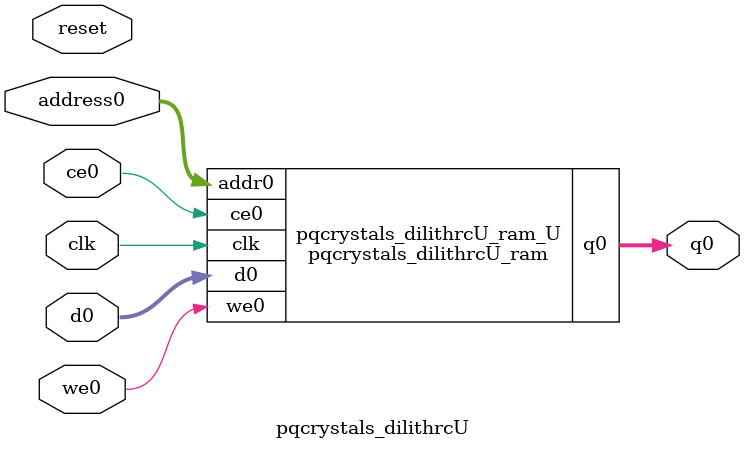
<source format=v>
`timescale 1 ns / 1 ps
module pqcrystals_dilithrcU_ram (addr0, ce0, d0, we0, q0,  clk);

parameter DWIDTH = 19;
parameter AWIDTH = 10;
parameter MEM_SIZE = 1024;

input[AWIDTH-1:0] addr0;
input ce0;
input[DWIDTH-1:0] d0;
input we0;
output reg[DWIDTH-1:0] q0;
input clk;

(* ram_style = "block" *)reg [DWIDTH-1:0] ram[0:MEM_SIZE-1];




always @(posedge clk)  
begin 
    if (ce0) begin
        if (we0) 
            ram[addr0] <= d0; 
        q0 <= ram[addr0];
    end
end


endmodule

`timescale 1 ns / 1 ps
module pqcrystals_dilithrcU(
    reset,
    clk,
    address0,
    ce0,
    we0,
    d0,
    q0);

parameter DataWidth = 32'd19;
parameter AddressRange = 32'd1024;
parameter AddressWidth = 32'd10;
input reset;
input clk;
input[AddressWidth - 1:0] address0;
input ce0;
input we0;
input[DataWidth - 1:0] d0;
output[DataWidth - 1:0] q0;



pqcrystals_dilithrcU_ram pqcrystals_dilithrcU_ram_U(
    .clk( clk ),
    .addr0( address0 ),
    .ce0( ce0 ),
    .we0( we0 ),
    .d0( d0 ),
    .q0( q0 ));

endmodule


</source>
